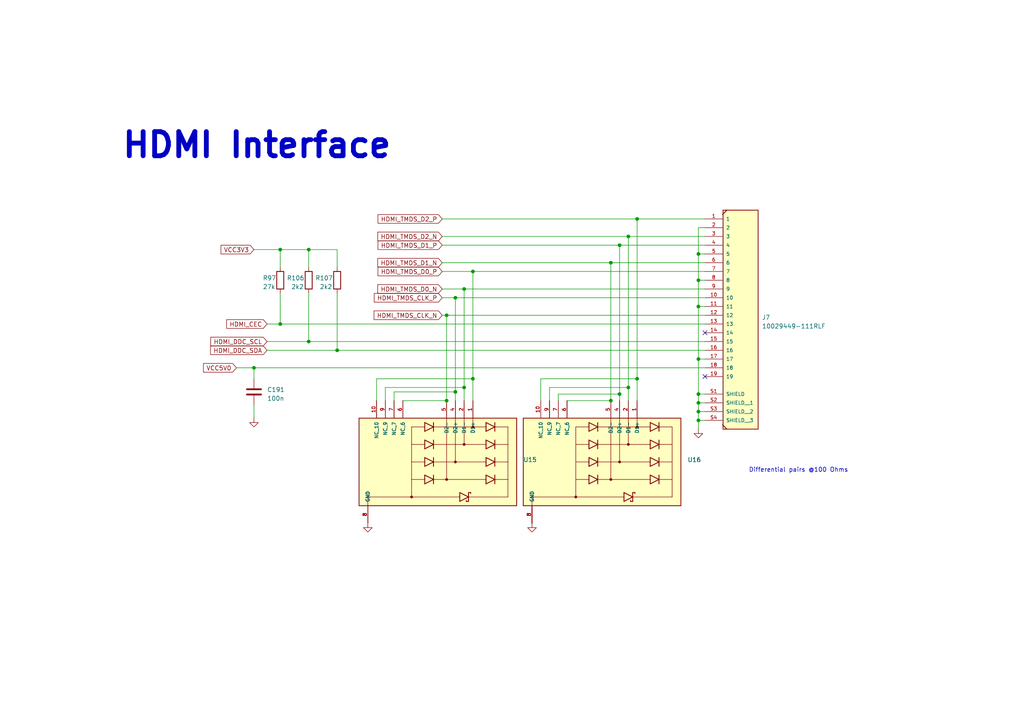
<source format=kicad_sch>
(kicad_sch (version 20230121) (generator eeschema)
  (paper "A4")
  (lib_symbols
    (symbol "10029449-111RLF:10029449-111RLF" (pin_names (offset 1.016))
      (property "Reference" "J" (at -5.08 29.21 0))
      (property "Value" "10029449-111RLF" (at -5.08 -38.1 0))
      (symbol "10029449-111RLF_0_0"
        (rectangle (start -4.9099 -35.56) (end 5.2501 27.94) (stroke (width 0.254)) (fill (type background)))
        (polyline (pts (xy -5.08 -34.29) (xy -3.81 -35.56)) (stroke (width 0.254)))
        (polyline (pts (xy -3.81 27.94) (xy -5.08 26.67)) (stroke (width 0.254)))
        (pin passive line (at -10.16 25.4 0) (length 5.08) (name "1") (number "1"))
        (pin passive line (at -10.16 2.54 0) (length 5.08) (name "10") (number "10"))
        (pin passive line (at -10.16 0 0) (length 5.08) (name "11") (number "11"))
        (pin passive line (at -10.16 -2.54 0) (length 5.08) (name "12") (number "12"))
        (pin passive line (at -10.16 -5.08 0) (length 5.08) (name "13") (number "13"))
        (pin passive line (at -10.16 -7.62 0) (length 5.08) (name "14") (number "14"))
        (pin passive line (at -10.16 -10.16 0) (length 5.08) (name "15") (number "15"))
        (pin passive line (at -10.16 -12.7 0) (length 5.08) (name "16") (number "16"))
        (pin passive line (at -10.16 -15.24 0) (length 5.08) (name "17") (number "17"))
        (pin passive line (at -10.16 -17.78 0) (length 5.08) (name "18") (number "18"))
        (pin passive line (at -10.16 -20.32 0) (length 5.08) (name "19") (number "19"))
        (pin passive line (at -10.16 22.86 0) (length 5.08) (name "2") (number "2"))
        (pin passive line (at -10.16 20.32 0) (length 5.08) (name "3") (number "3"))
        (pin passive line (at -10.16 17.78 0) (length 5.08) (name "4") (number "4"))
        (pin passive line (at -10.16 15.24 0) (length 5.08) (name "5") (number "5"))
        (pin passive line (at -10.16 12.7 0) (length 5.08) (name "6") (number "6"))
        (pin passive line (at -10.16 10.16 0) (length 5.08) (name "7") (number "7"))
        (pin passive line (at -10.16 7.62 0) (length 5.08) (name "8") (number "8"))
        (pin passive line (at -10.16 5.08 0) (length 5.08) (name "9") (number "9"))
        (pin passive line (at -10.16 -25.4 0) (length 5.08) (name "SHIELD") (number "S1"))
        (pin passive line (at -10.16 -27.94 0) (length 5.08) (name "SHIELD__1") (number "S2"))
        (pin passive line (at -10.16 -30.48 0) (length 5.08) (name "SHIELD__2") (number "S3"))
        (pin passive line (at -10.16 -33.02 0) (length 5.08) (name "SHIELD__3") (number "S4"))
      )
    )
    (symbol "Device:C" (pin_numbers hide) (pin_names (offset 0.254))
      (property "Reference" "C" (at 0.635 2.54 0))
      (property "Value" "C" (at 0.635 -2.54 0))
      (symbol "C_0_1"
        (polyline (pts (xy -2.032 -0.762) (xy 2.032 -0.762)) (stroke (width 0.508)))
        (polyline (pts (xy -2.032 0.762) (xy 2.032 0.762)) (stroke (width 0.508)))
      )
      (symbol "C_1_1"
        (pin passive line (at 0 3.81 270) (length 2.794) (name "~") (number "1"))
        (pin passive line (at 0 -3.81 90) (length 2.794) (name "~") (number "2"))
      )
    )
    (symbol "Device:R" (pin_numbers hide) (pin_names (offset 0))
      (property "Reference" "R" (at 2.032 0 90))
      (property "Value" "R" (at 0 0 90))
      (symbol "R_0_1"
        (rectangle (start -1.016 -2.54) (end 1.016 2.54) (stroke (width 0.254)))
      )
      (symbol "R_1_1"
        (pin passive line (at 0 3.81 270) (length 1.27) (name "~") (number "1"))
        (pin passive line (at 0 -3.81 90) (length 1.27) (name "~") (number "2"))
      )
    )
    (symbol "TPD4E05U06DQAR_v2:TPD4E05U06DQAR" (pin_names (offset 1.016))
      (property "Reference" "U" (at -12.7 23.495 0))
      (property "Value" "TPD4E05U06DQAR" (at -12.7 -25.4 0))
      (symbol "TPD4E05U06DQAR_0_0"
        (rectangle (start -12.7 -22.86) (end 12.7 22.86) (stroke (width 0.254)) (fill (type background)))
        (circle (center -10.16 10.16) (radius 0.2) (stroke (width 0.4)))
        (circle (center -5.08 7.62) (radius 0.2) (stroke (width 0.4)))
        (polyline (pts (xy -12.7 2.54) (xy 5.08 2.54)) (stroke (width 0.1524)))
        (polyline (pts (xy -12.7 5.08) (xy 0 5.08)) (stroke (width 0.1524)))
        (polyline (pts (xy -12.7 7.62) (xy -5.08 7.62)) (stroke (width 0.1524)))
        (polyline (pts (xy -12.7 10.16) (xy -10.16 10.16)) (stroke (width 0.1524)))
        (polyline (pts (xy -11.43 -3.81) (xy -10.16 -3.81)) (stroke (width 0.254)))
        (polyline (pts (xy -11.43 -1.27) (xy -10.16 -1.27)) (stroke (width 0.254)))
        (polyline (pts (xy -11.43 13.97) (xy -10.16 13.97)) (stroke (width 0.254)))
        (polyline (pts (xy -11.43 16.51) (xy -10.16 16.51)) (stroke (width 0.254)))
        (polyline (pts (xy -10.16 -7.62) (xy -5.08 -7.62)) (stroke (width 0.1524)))
        (polyline (pts (xy -10.16 -3.81) (xy -10.16 -7.62)) (stroke (width 0.1524)))
        (polyline (pts (xy -10.16 -3.81) (xy -8.89 -3.81)) (stroke (width 0.254)))
        (polyline (pts (xy -10.16 -1.27) (xy -11.43 -3.81)) (stroke (width 0.254)))
        (polyline (pts (xy -10.16 -1.27) (xy -10.16 10.16)) (stroke (width 0.1524)))
        (polyline (pts (xy -10.16 -1.27) (xy -8.89 -1.27)) (stroke (width 0.254)))
        (polyline (pts (xy -10.16 10.16) (xy -10.16 13.97)) (stroke (width 0.1524)))
        (polyline (pts (xy -10.16 13.97) (xy -8.89 13.97)) (stroke (width 0.254)))
        (polyline (pts (xy -10.16 16.51) (xy -11.43 13.97)) (stroke (width 0.254)))
        (polyline (pts (xy -10.16 16.51) (xy -10.16 20.32)) (stroke (width 0.1524)))
        (polyline (pts (xy -10.16 16.51) (xy -8.89 16.51)) (stroke (width 0.254)))
        (polyline (pts (xy -10.16 20.32) (xy -5.08 20.32)) (stroke (width 0.1524)))
        (polyline (pts (xy -8.89 -3.81) (xy -10.16 -1.27)) (stroke (width 0.254)))
        (polyline (pts (xy -8.89 13.97) (xy -10.16 16.51)) (stroke (width 0.254)))
        (polyline (pts (xy -6.35 -3.81) (xy -5.08 -3.81)) (stroke (width 0.254)))
        (polyline (pts (xy -6.35 -1.27) (xy -5.08 -1.27)) (stroke (width 0.254)))
        (polyline (pts (xy -6.35 13.97) (xy -5.08 13.97)) (stroke (width 0.254)))
        (polyline (pts (xy -6.35 16.51) (xy -5.08 16.51)) (stroke (width 0.254)))
        (polyline (pts (xy -5.08 -7.62) (xy 0 -7.62)) (stroke (width 0.1524)))
        (polyline (pts (xy -5.08 -3.81) (xy -5.08 -7.62)) (stroke (width 0.1524)))
        (polyline (pts (xy -5.08 -3.81) (xy -3.81 -3.81)) (stroke (width 0.254)))
        (polyline (pts (xy -5.08 -1.27) (xy -6.35 -3.81)) (stroke (width 0.254)))
        (polyline (pts (xy -5.08 -1.27) (xy -5.08 7.62)) (stroke (width 0.1524)))
        (polyline (pts (xy -5.08 -1.27) (xy -3.81 -1.27)) (stroke (width 0.254)))
        (polyline (pts (xy -5.08 7.62) (xy -5.08 13.97)) (stroke (width 0.1524)))
        (polyline (pts (xy -5.08 13.97) (xy -3.81 13.97)) (stroke (width 0.254)))
        (polyline (pts (xy -5.08 16.51) (xy -6.35 13.97)) (stroke (width 0.254)))
        (polyline (pts (xy -5.08 16.51) (xy -5.08 20.32)) (stroke (width 0.1524)))
        (polyline (pts (xy -5.08 16.51) (xy -3.81 16.51)) (stroke (width 0.254)))
        (polyline (pts (xy -5.08 20.32) (xy 0 20.32)) (stroke (width 0.1524)))
        (polyline (pts (xy -3.81 -3.81) (xy -5.08 -1.27)) (stroke (width 0.254)))
        (polyline (pts (xy -3.81 13.97) (xy -5.08 16.51)) (stroke (width 0.254)))
        (polyline (pts (xy -1.27 -3.81) (xy 0 -3.81)) (stroke (width 0.254)))
        (polyline (pts (xy -1.27 -1.27) (xy 0 -1.27)) (stroke (width 0.254)))
        (polyline (pts (xy -1.27 13.97) (xy 0 13.97)) (stroke (width 0.254)))
        (polyline (pts (xy -1.27 16.51) (xy 0 16.51)) (stroke (width 0.254)))
        (polyline (pts (xy 0 -7.62) (xy 5.08 -7.62)) (stroke (width 0.1524)))
        (polyline (pts (xy 0 -3.81) (xy 0 -7.62)) (stroke (width 0.1524)))
        (polyline (pts (xy 0 -3.81) (xy 1.27 -3.81)) (stroke (width 0.254)))
        (polyline (pts (xy 0 -1.27) (xy -1.27 -3.81)) (stroke (width 0.254)))
        (polyline (pts (xy 0 -1.27) (xy 0 5.08)) (stroke (width 0.1524)))
        (polyline (pts (xy 0 -1.27) (xy 1.27 -1.27)) (stroke (width 0.254)))
        (polyline (pts (xy 0 5.08) (xy 0 13.97)) (stroke (width 0.1524)))
        (polyline (pts (xy 0 13.97) (xy 1.27 13.97)) (stroke (width 0.254)))
        (polyline (pts (xy 0 16.51) (xy -1.27 13.97)) (stroke (width 0.254)))
        (polyline (pts (xy 0 16.51) (xy 0 20.32)) (stroke (width 0.1524)))
        (polyline (pts (xy 0 16.51) (xy 1.27 16.51)) (stroke (width 0.254)))
        (polyline (pts (xy 0 20.32) (xy 5.08 20.32)) (stroke (width 0.1524)))
        (polyline (pts (xy 1.27 -3.81) (xy 0 -1.27)) (stroke (width 0.254)))
        (polyline (pts (xy 1.27 13.97) (xy 0 16.51)) (stroke (width 0.254)))
        (polyline (pts (xy 3.81 -3.81) (xy 5.08 -3.81)) (stroke (width 0.254)))
        (polyline (pts (xy 3.81 -1.27) (xy 5.08 -1.27)) (stroke (width 0.254)))
        (polyline (pts (xy 3.81 13.97) (xy 5.08 13.97)) (stroke (width 0.254)))
        (polyline (pts (xy 3.81 16.51) (xy 5.08 16.51)) (stroke (width 0.254)))
        (polyline (pts (xy 5.08 -7.62) (xy 10.16 -7.62)) (stroke (width 0.1524)))
        (polyline (pts (xy 5.08 -3.81) (xy 5.08 -7.62)) (stroke (width 0.1524)))
        (polyline (pts (xy 5.08 -3.81) (xy 6.35 -3.81)) (stroke (width 0.254)))
        (polyline (pts (xy 5.08 -1.27) (xy 3.81 -3.81)) (stroke (width 0.254)))
        (polyline (pts (xy 5.08 -1.27) (xy 5.08 2.54)) (stroke (width 0.1524)))
        (polyline (pts (xy 5.08 -1.27) (xy 6.35 -1.27)) (stroke (width 0.254)))
        (polyline (pts (xy 5.08 2.54) (xy 5.08 13.97)) (stroke (width 0.1524)))
        (polyline (pts (xy 5.08 13.97) (xy 6.35 13.97)) (stroke (width 0.254)))
        (polyline (pts (xy 5.08 16.51) (xy 3.81 13.97)) (stroke (width 0.254)))
        (polyline (pts (xy 5.08 16.51) (xy 5.08 20.32)) (stroke (width 0.1524)))
        (polyline (pts (xy 5.08 16.51) (xy 6.35 16.51)) (stroke (width 0.254)))
        (polyline (pts (xy 5.08 20.32) (xy 10.16 20.32)) (stroke (width 0.1524)))
        (polyline (pts (xy 6.35 -3.81) (xy 5.08 -1.27)) (stroke (width 0.254)))
        (polyline (pts (xy 6.35 13.97) (xy 5.08 16.51)) (stroke (width 0.254)))
        (polyline (pts (xy 8.89 6.35) (xy 10.16 6.35)) (stroke (width 0.254)))
        (polyline (pts (xy 8.89 8.89) (xy 10.16 8.89)) (stroke (width 0.254)))
        (polyline (pts (xy 8.89 9.525) (xy 8.89 8.89)) (stroke (width 0.254)))
        (polyline (pts (xy 8.89 9.525) (xy 9.144 9.525)) (stroke (width 0.254)))
        (polyline (pts (xy 10.16 -20.32) (xy 12.7 -20.32)) (stroke (width 0.1524)))
        (polyline (pts (xy 10.16 -7.62) (xy 10.16 -20.32)) (stroke (width 0.1524)))
        (polyline (pts (xy 10.16 -7.62) (xy 10.16 6.35)) (stroke (width 0.1524)))
        (polyline (pts (xy 10.16 6.35) (xy 11.43 6.35)) (stroke (width 0.254)))
        (polyline (pts (xy 10.16 8.89) (xy 8.89 6.35)) (stroke (width 0.254)))
        (polyline (pts (xy 10.16 8.89) (xy 11.43 8.89)) (stroke (width 0.254)))
        (polyline (pts (xy 10.16 20.32) (xy 10.16 8.89)) (stroke (width 0.1524)))
        (polyline (pts (xy 11.176 8.255) (xy 11.43 8.255)) (stroke (width 0.254)))
        (polyline (pts (xy 11.43 6.35) (xy 10.16 8.89)) (stroke (width 0.254)))
        (polyline (pts (xy 11.43 8.89) (xy 11.43 8.255)) (stroke (width 0.254)))
        (circle (center 0 5.08) (radius 0.2) (stroke (width 0.4)))
        (circle (center 5.08 2.54) (radius 0.2) (stroke (width 0.4)))
        (circle (center 10.16 -7.62) (radius 0.2) (stroke (width 0.4)))
        (pin bidirectional line (at -17.78 10.16 0) (length 5.08) (name "D1+") (number "1"))
        (pin passive line (at -17.78 -17.78 0) (length 5.08) (name "NC_10") (number "10"))
        (pin bidirectional line (at -17.78 7.62 0) (length 5.08) (name "D1-") (number "2"))
        (pin power_in line (at 17.78 -20.32 180) (length 5.08) (name "GND") (number "3"))
        (pin bidirectional line (at -17.78 5.08 0) (length 5.08) (name "D2+") (number "4"))
        (pin bidirectional line (at -17.78 2.54 0) (length 5.08) (name "D2-") (number "5"))
        (pin passive line (at -17.78 -10.16 0) (length 5.08) (name "NC_6") (number "6"))
        (pin passive line (at -17.78 -12.7 0) (length 5.08) (name "NC_7") (number "7"))
        (pin power_in line (at 17.78 -20.32 180) (length 5.08) (name "GND") (number "8"))
        (pin passive line (at -17.78 -15.24 0) (length 5.08) (name "NC_9") (number "9"))
      )
    )
    (symbol "power:GND" (power) (pin_names (offset 0))
      (property "Value" "GND" (at 0 -3.81 0))
      (symbol "GND_0_1"
        (polyline (pts (xy 0 0) (xy 0 -1.27) (xy 1.27 -1.27) (xy 0 -2.54) (xy -1.27 -1.27) (xy 0 -1.27)))
      )
      (symbol "GND_1_1"
        (pin power_in line (at 0 0 270) (length 0) hide (name "GND") (number "1"))
      )
    )
  )
  (junction (at 177.165 76.2))
  (junction (at 184.785 109.855))
  (junction (at 177.165 116.205))
  (junction (at 73.66 106.68))
  (junction (at 179.705 114.3))
  (junction (at 137.16 109.855))
  (junction (at 202.565 73.66))
  (junction (at 202.565 81.28))
  (junction (at 81.28 72.39))
  (junction (at 184.785 63.5))
  (junction (at 129.54 91.44))
  (junction (at 97.79 101.6))
  (junction (at 202.565 121.92))
  (junction (at 89.535 72.39))
  (junction (at 81.28 93.98))
  (junction (at 179.705 71.12))
  (junction (at 132.08 86.36))
  (junction (at 182.245 112.395))
  (junction (at 202.565 116.84))
  (junction (at 202.565 114.3))
  (junction (at 134.62 112.395))
  (junction (at 202.565 104.14))
  (junction (at 182.245 68.58))
  (junction (at 89.535 99.06))
  (junction (at 202.565 88.9))
  (junction (at 132.08 113.665))
  (junction (at 202.565 119.38))
  (junction (at 134.62 83.82))
  (junction (at 129.54 116.205))
  (junction (at 137.16 78.74))
  (no_connect (at 204.47 96.52))
  (no_connect (at 204.47 109.22))
  (wire (pts (xy 89.535 72.39) (xy 89.535 77.47)))
  (wire (pts (xy 179.705 71.12) (xy 204.47 71.12)))
  (wire (pts (xy 97.79 85.09) (xy 97.79 101.6)))
  (wire (pts (xy 89.535 85.09) (xy 89.535 99.06)))
  (wire (pts (xy 202.565 116.84) (xy 202.565 119.38)))
  (wire (pts (xy 128.27 68.58) (xy 182.245 68.58)))
  (wire (pts (xy 109.22 116.205) (xy 109.22 109.855)))
  (wire (pts (xy 184.785 63.5) (xy 184.785 109.855)))
  (wire (pts (xy 128.27 86.36) (xy 132.08 86.36)))
  (wire (pts (xy 156.845 109.855) (xy 184.785 109.855)))
  (wire (pts (xy 111.76 112.395) (xy 134.62 112.395)))
  (wire (pts (xy 81.28 72.39) (xy 89.535 72.39)))
  (wire (pts (xy 202.565 119.38) (xy 202.565 121.92)))
  (wire (pts (xy 97.79 101.6) (xy 204.47 101.6)))
  (wire (pts (xy 128.27 63.5) (xy 184.785 63.5)))
  (wire (pts (xy 128.27 78.74) (xy 137.16 78.74)))
  (wire (pts (xy 77.47 101.6) (xy 97.79 101.6)))
  (wire (pts (xy 202.565 66.04) (xy 202.565 73.66)))
  (wire (pts (xy 159.385 112.395) (xy 182.245 112.395)))
  (wire (pts (xy 184.785 109.855) (xy 184.785 116.205)))
  (wire (pts (xy 128.27 76.2) (xy 177.165 76.2)))
  (wire (pts (xy 111.76 112.395) (xy 111.76 116.205)))
  (wire (pts (xy 128.27 71.12) (xy 179.705 71.12)))
  (wire (pts (xy 134.62 112.395) (xy 134.62 116.205)))
  (wire (pts (xy 202.565 116.84) (xy 204.47 116.84)))
  (wire (pts (xy 202.565 81.28) (xy 204.47 81.28)))
  (wire (pts (xy 68.58 106.68) (xy 73.66 106.68)))
  (wire (pts (xy 202.565 73.66) (xy 202.565 81.28)))
  (wire (pts (xy 202.565 88.9) (xy 202.565 104.14)))
  (wire (pts (xy 116.84 116.205) (xy 129.54 116.205)))
  (wire (pts (xy 202.565 121.92) (xy 204.47 121.92)))
  (wire (pts (xy 202.565 81.28) (xy 202.565 88.9)))
  (wire (pts (xy 202.565 114.3) (xy 202.565 116.84)))
  (wire (pts (xy 132.08 116.205) (xy 132.08 113.665)))
  (wire (pts (xy 202.565 88.9) (xy 204.47 88.9)))
  (wire (pts (xy 73.66 109.855) (xy 73.66 106.68)))
  (wire (pts (xy 129.54 91.44) (xy 129.54 116.205)))
  (wire (pts (xy 137.16 78.74) (xy 137.16 109.855)))
  (wire (pts (xy 177.165 76.2) (xy 177.165 116.205)))
  (wire (pts (xy 134.62 83.82) (xy 204.47 83.82)))
  (wire (pts (xy 114.3 116.205) (xy 114.3 113.665)))
  (wire (pts (xy 73.66 106.68) (xy 204.47 106.68)))
  (wire (pts (xy 73.66 117.475) (xy 73.66 121.285)))
  (wire (pts (xy 182.245 68.58) (xy 204.47 68.58)))
  (wire (pts (xy 184.785 63.5) (xy 204.47 63.5)))
  (wire (pts (xy 202.565 124.46) (xy 202.565 121.92)))
  (wire (pts (xy 132.08 86.36) (xy 132.08 113.665)))
  (wire (pts (xy 159.385 116.205) (xy 159.385 112.395)))
  (wire (pts (xy 77.47 99.06) (xy 89.535 99.06)))
  (wire (pts (xy 128.27 83.82) (xy 134.62 83.82)))
  (wire (pts (xy 89.535 99.06) (xy 204.47 99.06)))
  (wire (pts (xy 129.54 91.44) (xy 204.47 91.44)))
  (wire (pts (xy 77.47 93.98) (xy 81.28 93.98)))
  (wire (pts (xy 202.565 119.38) (xy 204.47 119.38)))
  (wire (pts (xy 89.535 72.39) (xy 97.79 72.39)))
  (wire (pts (xy 109.22 109.855) (xy 137.16 109.855)))
  (wire (pts (xy 128.27 91.44) (xy 129.54 91.44)))
  (wire (pts (xy 156.845 116.205) (xy 156.845 109.855)))
  (wire (pts (xy 202.565 104.14) (xy 202.565 114.3)))
  (wire (pts (xy 161.925 114.3) (xy 179.705 114.3)))
  (wire (pts (xy 134.62 83.82) (xy 134.62 112.395)))
  (wire (pts (xy 179.705 114.3) (xy 179.705 116.205)))
  (wire (pts (xy 161.925 114.3) (xy 161.925 116.205)))
  (wire (pts (xy 164.465 116.205) (xy 177.165 116.205)))
  (wire (pts (xy 81.28 77.47) (xy 81.28 72.39)))
  (wire (pts (xy 81.28 93.98) (xy 204.47 93.98)))
  (wire (pts (xy 137.16 78.74) (xy 204.47 78.74)))
  (wire (pts (xy 182.245 112.395) (xy 182.245 116.205)))
  (wire (pts (xy 114.3 113.665) (xy 132.08 113.665)))
  (wire (pts (xy 202.565 114.3) (xy 204.47 114.3)))
  (wire (pts (xy 202.565 66.04) (xy 204.47 66.04)))
  (wire (pts (xy 97.79 77.47) (xy 97.79 72.39)))
  (wire (pts (xy 132.08 86.36) (xy 204.47 86.36)))
  (wire (pts (xy 137.16 109.855) (xy 137.16 116.205)))
  (wire (pts (xy 81.28 85.09) (xy 81.28 93.98)))
  (wire (pts (xy 202.565 104.14) (xy 204.47 104.14)))
  (wire (pts (xy 179.705 71.12) (xy 179.705 114.3)))
  (wire (pts (xy 81.28 72.39) (xy 73.66 72.39)))
  (wire (pts (xy 202.565 73.66) (xy 204.47 73.66)))
  (wire (pts (xy 177.165 76.2) (xy 204.47 76.2)))
  (wire (pts (xy 182.245 68.58) (xy 182.245 112.395)))
  (text "Differential pairs @100 Ohms\n" (at 217.17 137.16 0) (effects (font (size 1.27 1.27)) (justify left bottom)))
  (text "HDMI Interface\n" (at 34.925 46.355 0) (effects (font (size 7 7) (thickness 1.4) bold) (justify left bottom)))
  (global_label "HDMI_CEC" (shape input) (at 77.47 93.98 180) (property "Intersheetrefs" "${INTERSHEET_REFS}" (effects hide)))
  (global_label "HDMI_TMDS_D1_P" (shape input) (at 128.27 71.12 180) (property "Intersheetrefs" "${INTERSHEET_REFS}" (effects hide)))
  (global_label "HDMI_DDC_SDA" (shape input) (at 77.47 101.6 180) (property "Intersheetrefs" "${INTERSHEET_REFS}" (effects hide)))
  (global_label "HDMI_TMDS_D1_N" (shape input) (at 128.27 76.2 180) (property "Intersheetrefs" "${INTERSHEET_REFS}" (effects hide)))
  (global_label "HDMI_TMDS_D0_N" (shape input) (at 128.27 83.82 180) (property "Intersheetrefs" "${INTERSHEET_REFS}" (effects hide)))
  (global_label "HDMI_TMDS_CLK_P" (shape input) (at 128.27 86.36 180) (property "Intersheetrefs" "${INTERSHEET_REFS}" (effects hide)))
  (global_label "VCC5V0" (shape input) (at 68.58 106.68 180) (property "Intersheetrefs" "${INTERSHEET_REFS}" (effects hide)))
  (global_label "HDMI_TMDS_D2_N" (shape input) (at 128.27 68.58 180) (property "Intersheetrefs" "${INTERSHEET_REFS}" (effects hide)))
  (global_label "VCC3V3" (shape input) (at 73.66 72.39 180) (property "Intersheetrefs" "${INTERSHEET_REFS}" (effects hide)))
  (global_label "HDMI_DDC_SCL" (shape input) (at 77.47 99.06 180) (property "Intersheetrefs" "${INTERSHEET_REFS}" (effects hide)))
  (global_label "HDMI_TMDS_D2_P" (shape input) (at 128.27 63.5 180) (property "Intersheetrefs" "${INTERSHEET_REFS}" (effects hide)))
  (global_label "HDMI_TMDS_D0_P" (shape input) (at 128.27 78.74 180) (property "Intersheetrefs" "${INTERSHEET_REFS}" (effects hide)))
  (global_label "HDMI_TMDS_CLK_N" (shape input) (at 128.27 91.44 180) (property "Intersheetrefs" "${INTERSHEET_REFS}" (effects hide)))
  (symbol (lib_id "power:GND") (at 154.305 151.765 0) (unit 1)
    (property "Reference" "#PWR042" (effects hide))
    (property "Value" "GND" (effects hide))
    (instances (project "FPGA_dev_board" (path "" (reference "#PWR042") (unit 1)) (path "" (reference "#PWR0156") (unit 1))))
  )
  (symbol (lib_id "Device:C") (at 73.66 113.665 0) (unit 1)
    (property "Reference" "C191" (at 77.47 113.03 0) (effects (justify left)))
    (property "Value" "100n" (at 77.47 115.57 0) (effects (justify left)))
    (property "Footprint" "GRM155R71C104KA88J:G-155_MUR" (effects hide))
  )
  (symbol (lib_id "TPD4E05U06DQAR_v2:TPD4E05U06DQAR") (at 127 133.985 270) (unit 1)
    (property "Reference" "U15" (at 151.765 133.35 90) (effects (justify left)))
    (property "Value" "TPD4E05U06DQAR" (effects hide))
    (property "Footprint" "TPD4E05U06DQAR:IC_TPD4E05U06DQAR" (effects hide))
    (property "MF" "Texas Instruments" (effects hide))
    (property "MAXIMUM_PACKAGE_HEIGHT" "0.55 mm" (effects hide))
    (property "Package" "USON-10 Texas Instruments" (effects hide))
    (property "Price" "None" (effects hide))
    (property "Check_prices" "https://www.snapeda.com/parts/TPD4E05U06DQAR/Texas+Instruments/view-part/?ref=eda" (effects hide))
    (property "STANDARD" "Manufacturer Recommendations" (effects hide))
    (property "PARTREV" "N" (effects hide))
    (property "SnapEDA_Link" "https://www.snapeda.com/parts/TPD4E05U06DQAR/Texas+Instruments/view-part/?ref=snap" (effects hide))
    (property "MP" "TPD4E05U06DQAR" (effects hide))
    (property "Purchase-URL" "https://www.snapeda.com/api/url_track_click_mouser/?unipart_id=431231&manufacturer=Texas Instruments&part_name=TPD4E05U06DQAR&search_term=None" (effects hide))
    (property "Description" "\nQuad 0.5-pF, 5.5-V, ±12-kV ESD protection diode for USB, HDMI & High Speed Interfaces\n" (effects hide))
    (property "MANUFACTURER" "Texas Instruments" (effects hide))
    (property "Availability" "In Stock" (effects hide))
    (property "SNAPEDA_PN" "TPD4E05U06DQAR" (effects hide))
  )
  (symbol (lib_id "power:GND") (at 106.68 151.765 0) (unit 1)
    (property "Reference" "#PWR042" (effects hide))
    (property "Value" "GND" (effects hide))
    (instances (project "FPGA_dev_board" (path "" (reference "#PWR042") (unit 1)) (path "" (reference "#PWR0145") (unit 1))))
  )
  (symbol (lib_id "Device:R") (at 81.28 81.28 0) (unit 1)
    (property "Reference" "R97" (at 76.2 80.645 0) (effects (justify left)))
    (property "Value" "27k" (at 76.2 83.185 0) (effects (justify left)))
    (property "Footprint" "RMCF0402FT27K0:RESC1005X35N" (effects hide))
  )
  (symbol (lib_id "power:GND") (at 202.565 124.46 0) (unit 1)
    (property "Reference" "#PWR042" (effects hide))
    (property "Value" "GND" (effects hide))
    (instances (project "FPGA_dev_board" (path "" (reference "#PWR042") (unit 1)) (path "" (reference "#PWR0147") (unit 1))))
  )
  (symbol (lib_id "TPD4E05U06DQAR_v2:TPD4E05U06DQAR") (at 174.625 133.985 270) (unit 1)
    (property "Reference" "U16" (at 199.39 133.35 90) (effects (justify left)))
    (property "Value" "TPD4E05U06DQAR" (effects hide))
    (property "Footprint" "TPD4E05U06DQAR:IC_TPD4E05U06DQAR" (effects hide))
    (property "MF" "Texas Instruments" (effects hide))
    (property "MAXIMUM_PACKAGE_HEIGHT" "0.55 mm" (effects hide))
    (property "Package" "USON-10 Texas Instruments" (effects hide))
    (property "Price" "None" (effects hide))
    (property "Check_prices" "https://www.snapeda.com/parts/TPD4E05U06DQAR/Texas+Instruments/view-part/?ref=eda" (effects hide))
    (property "STANDARD" "Manufacturer Recommendations" (effects hide))
    (property "PARTREV" "N" (effects hide))
    (property "SnapEDA_Link" "https://www.snapeda.com/parts/TPD4E05U06DQAR/Texas+Instruments/view-part/?ref=snap" (effects hide))
    (property "MP" "TPD4E05U06DQAR" (effects hide))
    (property "Purchase-URL" "https://www.snapeda.com/api/url_track_click_mouser/?unipart_id=431231&manufacturer=Texas Instruments&part_name=TPD4E05U06DQAR&search_term=None" (effects hide))
    (property "Description" "\nQuad 0.5-pF, 5.5-V, ±12-kV ESD protection diode for USB, HDMI & High Speed Interfaces\n" (effects hide))
    (property "MANUFACTURER" "Texas Instruments" (effects hide))
    (property "Availability" "In Stock" (effects hide))
    (property "SNAPEDA_PN" "TPD4E05U06DQAR" (effects hide))
  )
  (symbol (lib_id "power:GND") (at 73.66 121.285 0) (unit 1)
    (property "Reference" "#PWR042" (effects hide))
    (property "Value" "GND" (effects hide))
    (instances (project "FPGA_dev_board" (path "" (reference "#PWR042") (unit 1)) (path "" (reference "#PWR0148") (unit 1))))
  )
  (symbol (lib_id "Device:R") (at 97.79 81.28 0) (unit 1)
    (property "Reference" "R107" (at 91.44 80.645 0) (effects (justify left)))
    (property "Value" "2k2" (at 92.71 83.185 0) (effects (justify left)))
    (property "Footprint" "ERJ_2RKF2201X:RES_ERJ2RKF2201X" (effects hide))
  )
  (symbol (lib_id "10029449-111RLF:10029449-111RLF") (at 214.63 88.9 0) (unit 1)
    (property "Reference" "J7" (at 220.98 92.075 0) (effects (justify left)))
    (property "Value" "10029449-111RLF" (at 220.98 94.615 0) (effects (justify left)))
    (property "Footprint" "10029449_111RLF:AMPHENOL_10029449-111RLF" (effects hide))
    (property "PARTREV" "Y" (effects hide))
    (property "STANDARD" "Manufacturer Recommendations" (effects hide))
    (property "MAXIMUM_PACKAGE_HEIGHT" "6.18mm" (effects hide))
    (property "MANUFACTURER" "Amphenol" (effects hide))
  )
  (symbol (lib_id "Device:R") (at 89.535 81.28 0) (unit 1)
    (property "Reference" "R106" (at 83.185 80.645 0) (effects (justify left)))
    (property "Value" "2k2" (at 84.455 83.185 0) (effects (justify left)))
    (property "Footprint" "ERJ_2RKF2201X:RES_ERJ2RKF2201X" (effects hide))
  )
  (symbol (lib_id "power:GND") (at 172.72 141.605 0) (unit 1)
    (property "Reference" "#PWR042" (effects hide))
    (property "Value" "GND" (effects hide))
    (instances (project "FPGA_dev_board" (path "" (reference "#PWR042") (unit 1)) (path "" (reference "#PWR0146") (unit 1))))
  )
)
</source>
